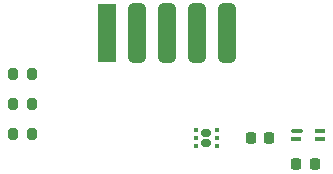
<source format=gbr>
%TF.GenerationSoftware,KiCad,Pcbnew,7.0.2*%
%TF.CreationDate,2023-08-30T08:46:49+02:00*%
%TF.ProjectId,LightSensor,4c696768-7453-4656-9e73-6f722e6b6963,rev?*%
%TF.SameCoordinates,Original*%
%TF.FileFunction,Paste,Top*%
%TF.FilePolarity,Positive*%
%FSLAX46Y46*%
G04 Gerber Fmt 4.6, Leading zero omitted, Abs format (unit mm)*
G04 Created by KiCad (PCBNEW 7.0.2) date 2023-08-30 08:46:49*
%MOMM*%
%LPD*%
G01*
G04 APERTURE LIST*
G04 Aperture macros list*
%AMRoundRect*
0 Rectangle with rounded corners*
0 $1 Rounding radius*
0 $2 $3 $4 $5 $6 $7 $8 $9 X,Y pos of 4 corners*
0 Add a 4 corners polygon primitive as box body*
4,1,4,$2,$3,$4,$5,$6,$7,$8,$9,$2,$3,0*
0 Add four circle primitives for the rounded corners*
1,1,$1+$1,$2,$3*
1,1,$1+$1,$4,$5*
1,1,$1+$1,$6,$7*
1,1,$1+$1,$8,$9*
0 Add four rect primitives between the rounded corners*
20,1,$1+$1,$2,$3,$4,$5,0*
20,1,$1+$1,$4,$5,$6,$7,0*
20,1,$1+$1,$6,$7,$8,$9,0*
20,1,$1+$1,$8,$9,$2,$3,0*%
G04 Aperture macros list end*
%ADD10RoundRect,0.093750X-0.093750X-0.106250X0.093750X-0.106250X0.093750X0.106250X-0.093750X0.106250X0*%
%ADD11RoundRect,0.160000X-0.245000X-0.160000X0.245000X-0.160000X0.245000X0.160000X-0.245000X0.160000X0*%
%ADD12R,1.524000X5.000000*%
%ADD13RoundRect,0.381000X0.381000X-2.119000X0.381000X2.119000X-0.381000X2.119000X-0.381000X-2.119000X0*%
%ADD14RoundRect,0.200000X-0.200000X-0.275000X0.200000X-0.275000X0.200000X0.275000X-0.200000X0.275000X0*%
%ADD15O,0.900000X0.392000*%
%ADD16O,1.000000X0.392000*%
%ADD17RoundRect,0.225000X0.225000X0.250000X-0.225000X0.250000X-0.225000X-0.250000X0.225000X-0.250000X0*%
G04 APERTURE END LIST*
D10*
%TO.C,U2*%
X226237500Y-112800000D03*
X226237500Y-113450000D03*
X226237500Y-114100000D03*
X224462500Y-114100000D03*
X224462500Y-113450000D03*
X224462500Y-112800000D03*
D11*
X225350000Y-113850000D03*
X225350000Y-113050000D03*
%TD*%
D12*
%TO.C,J2*%
X216920000Y-104600000D03*
D13*
X219460000Y-104600000D03*
X222000000Y-104600000D03*
X224540000Y-104600000D03*
X227080000Y-104600000D03*
%TD*%
D14*
%TO.C,R1*%
X208975000Y-113100000D03*
X210625000Y-113100000D03*
%TD*%
D15*
%TO.C,U1*%
X233005000Y-113550000D03*
D16*
X233055000Y-112850000D03*
D15*
X234996000Y-112850000D03*
X234996000Y-113550000D03*
%TD*%
D17*
%TO.C,C2*%
X230675000Y-113450000D03*
X229125000Y-113450000D03*
%TD*%
D14*
%TO.C,R2*%
X208975220Y-110567066D03*
X210625220Y-110567066D03*
%TD*%
D17*
%TO.C,C1*%
X234550000Y-115675000D03*
X233000000Y-115675000D03*
%TD*%
D14*
%TO.C,R3*%
X208975000Y-108072421D03*
X210625000Y-108072421D03*
%TD*%
M02*

</source>
